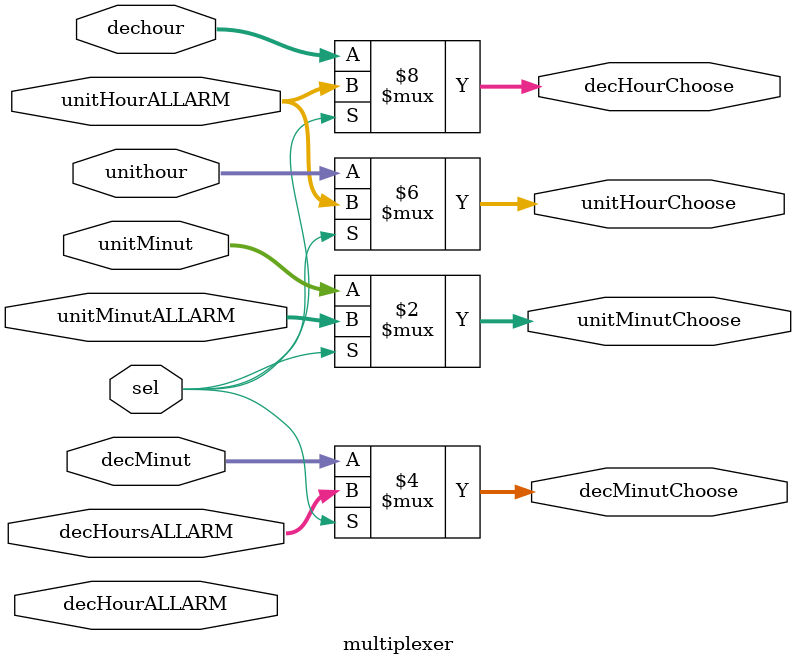
<source format=v>
`timescale 1ns / 1ps


module multiplexer(input sel,
     input [3:0] unitMinut,
     input [3:0] decMinut,
     input [3:0] unithour,
     input [3:0] dechour,
     input [3:0] unitMinutALLARM,
     input [3:0] decHoursALLARM,
     input [3:0] unitHourALLARM,
     input [3:0] decHourALLARM,
      
    output [3:0] unitMinutChoose,
    output [3:0] decMinutChoose,
    output [3:0] unitHourChoose,
    output [3:0] decHourChoose
    );
    assign unitMinutChoose=sel==0?unitMinut:unitMinutALLARM;
    assign decMinutChoose=sel==0?decMinut:decHoursALLARM;
    
    assign unitHourChoose=sel==0?unithour:unitHourALLARM;
    assign decHourChoose=sel==0?dechour:unitHourALLARM;
    
   endmodule

</source>
